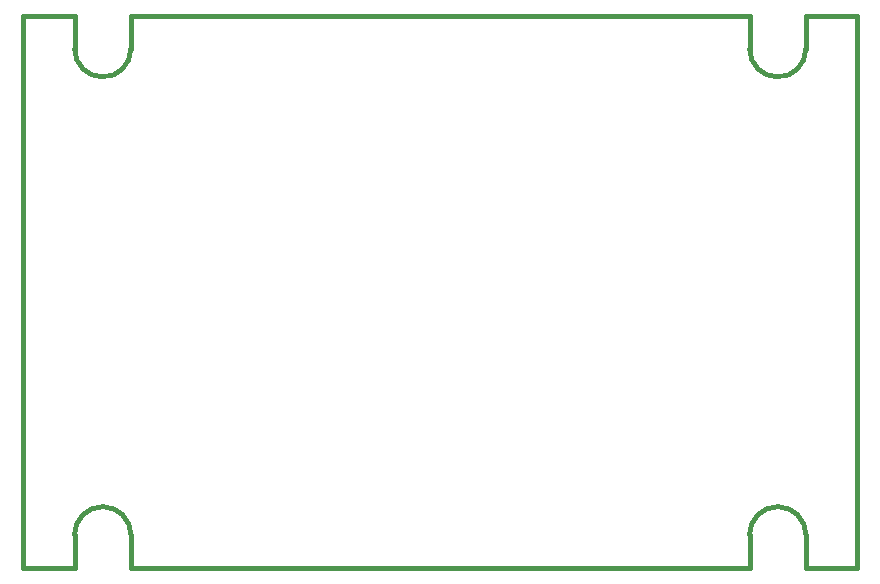
<source format=gko>
%FSLAX34Y34*%
G04 Gerber Fmt 3.4, Leading zero omitted, Abs format*
G04 (created by PCBNEW (2014-03-23 BZR 4768)-product) date Wed 26 Mar 2014 09:50:02 PM CET*
%MOIN*%
G01*
G70*
G90*
G04 APERTURE LIST*
%ADD10C,0.006000*%
%ADD11C,0.015000*%
G04 APERTURE END LIST*
G54D10*
G54D11*
X71090Y-42300D02*
G75*
G03X70150Y-41360I-940J0D01*
G74*
G01*
X70150Y-41360D02*
G75*
G03X69210Y-42300I0J-940D01*
G74*
G01*
X48590Y-42300D02*
G75*
G03X47650Y-41360I-940J0D01*
G74*
G01*
X47650Y-41360D02*
G75*
G03X46710Y-42300I0J-940D01*
G74*
G01*
X70150Y-27040D02*
G75*
G03X71090Y-26100I0J940D01*
G74*
G01*
X69210Y-26100D02*
G75*
G03X70150Y-27040I940J0D01*
G74*
G01*
X47650Y-27040D02*
G75*
G03X48590Y-26100I0J940D01*
G74*
G01*
X46710Y-26100D02*
G75*
G03X47650Y-27040I940J0D01*
G74*
G01*
X71090Y-25000D02*
X71090Y-26100D01*
X72800Y-25000D02*
X71090Y-25000D01*
X72800Y-43400D02*
X72800Y-25000D01*
X71090Y-43400D02*
X72800Y-43400D01*
X71090Y-42300D02*
X71090Y-43400D01*
X69210Y-43400D02*
X69210Y-42300D01*
X48590Y-43400D02*
X69210Y-43400D01*
X48590Y-42300D02*
X48590Y-43400D01*
X69210Y-25000D02*
X69210Y-26100D01*
X48590Y-25000D02*
X69210Y-25000D01*
X48590Y-26100D02*
X48590Y-25000D01*
X46710Y-25000D02*
X46710Y-26100D01*
X45000Y-25000D02*
X46710Y-25000D01*
X45000Y-43400D02*
X45000Y-25000D01*
X46710Y-43400D02*
X45000Y-43400D01*
X46710Y-42300D02*
X46710Y-43400D01*
M02*

</source>
